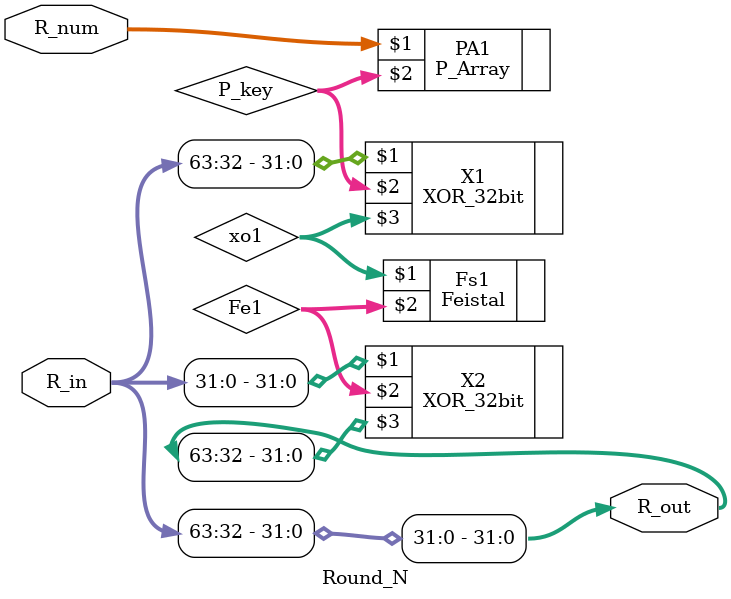
<source format=v>
module Round_N(R_in, R_out, R_num);

input [63:0] R_in;
input [4:0] R_num;
output [63:0] R_out;

assign R_out[31:0] = R_in[63:32];

wire [31:0] xo1, Fe1, P_key;

P_Array PA1(R_num, P_key);
XOR_32bit X1(R_in[63:32], P_key, xo1);

Feistal Fs1(xo1, Fe1);

XOR_32bit X2(R_in[31:0], Fe1, R_out[63:32]);

endmodule

</source>
